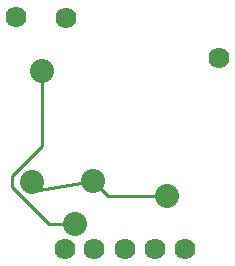
<source format=gbl>
G04 (created by PCBNEW (2013-07-07 BZR 4022)-stable) date 12/10/2014 11:19:01 PM*
%MOIN*%
G04 Gerber Fmt 3.4, Leading zero omitted, Abs format*
%FSLAX34Y34*%
G01*
G70*
G90*
G04 APERTURE LIST*
%ADD10C,0.00590551*%
%ADD11C,0.0700787*%
%ADD12C,0.08*%
%ADD13C,0.01*%
G04 APERTURE END LIST*
G54D10*
G54D11*
X14270Y-17405D03*
X15263Y-17395D03*
X16267Y-17395D03*
X17271Y-17395D03*
X18275Y-17395D03*
X19419Y-11048D03*
X14321Y-9687D03*
X12651Y-9670D03*
G54D12*
X14620Y-16570D03*
X13510Y-11460D03*
X13170Y-15180D03*
X17670Y-15640D03*
X15230Y-15140D03*
G54D13*
X13510Y-11460D02*
X13510Y-13960D01*
X13750Y-16570D02*
X14620Y-16570D01*
X12520Y-15340D02*
X13750Y-16570D01*
X12520Y-14950D02*
X12520Y-15340D01*
X13510Y-13960D02*
X12520Y-14950D01*
X13410Y-15420D02*
X15230Y-15140D01*
X13170Y-15180D02*
X13410Y-15420D01*
X15730Y-15640D02*
X17670Y-15640D01*
X15230Y-15140D02*
X15730Y-15640D01*
M02*

</source>
